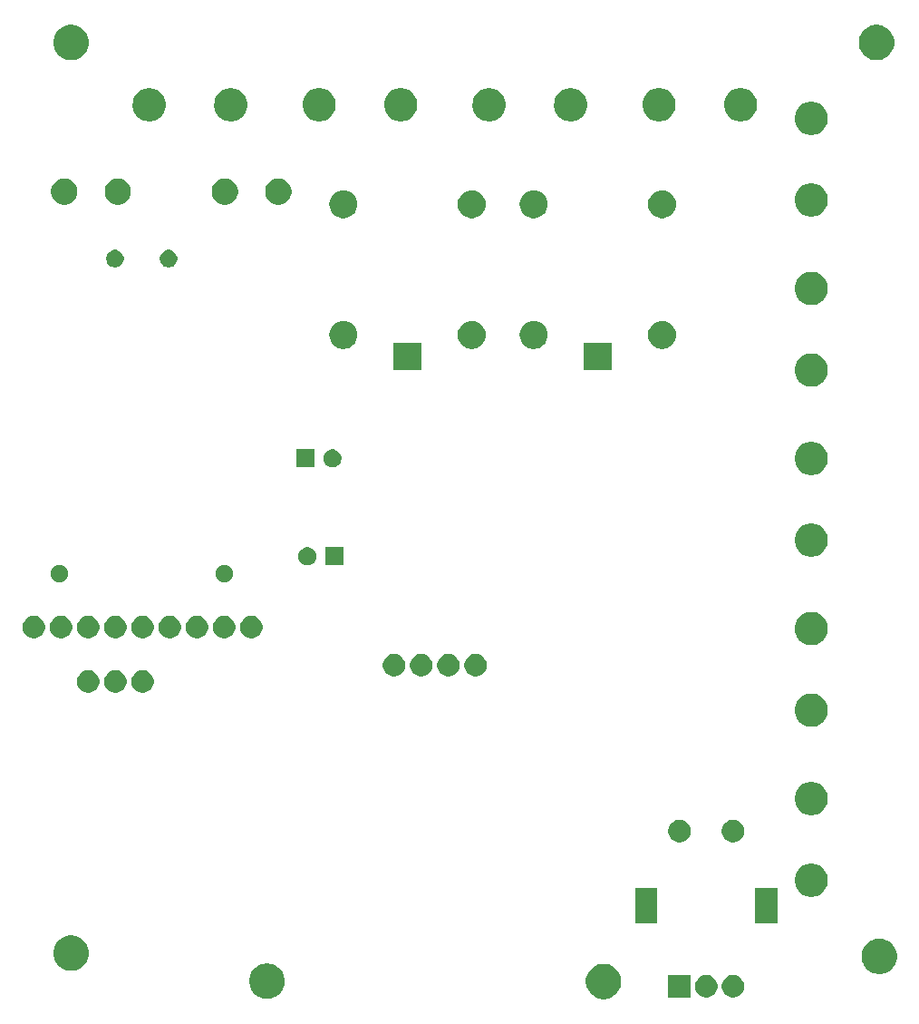
<source format=gbr>
G04 #@! TF.GenerationSoftware,KiCad,Pcbnew,5.0.0-fee4fd1~66~ubuntu16.04.1*
G04 #@! TF.CreationDate,2019-07-26T21:19:50+02:00*
G04 #@! TF.ProjectId,master_module,6D61737465725F6D6F64756C652E6B69,rev?*
G04 #@! TF.SameCoordinates,Original*
G04 #@! TF.FileFunction,Soldermask,Bot*
G04 #@! TF.FilePolarity,Negative*
%FSLAX46Y46*%
G04 Gerber Fmt 4.6, Leading zero omitted, Abs format (unit mm)*
G04 Created by KiCad (PCBNEW 5.0.0-fee4fd1~66~ubuntu16.04.1) date Fri Jul 26 21:19:50 2019*
%MOMM*%
%LPD*%
G01*
G04 APERTURE LIST*
%ADD10C,0.100000*%
G04 APERTURE END LIST*
D10*
G36*
X150133656Y-131030098D02*
X150239979Y-131051247D01*
X150540442Y-131175703D01*
X150700144Y-131282413D01*
X150810854Y-131356387D01*
X151040813Y-131586346D01*
X151040815Y-131586349D01*
X151221497Y-131856758D01*
X151316200Y-132085390D01*
X151345953Y-132157222D01*
X151409400Y-132476189D01*
X151409400Y-132801411D01*
X151367102Y-133014056D01*
X151351006Y-133094978D01*
X151345953Y-133120378D01*
X151221498Y-133420840D01*
X151040813Y-133691254D01*
X150810854Y-133921213D01*
X150810851Y-133921215D01*
X150540442Y-134101897D01*
X150540441Y-134101898D01*
X150540440Y-134101898D01*
X150452437Y-134138350D01*
X150239979Y-134226353D01*
X150133656Y-134247502D01*
X149921011Y-134289800D01*
X149595789Y-134289800D01*
X149383144Y-134247502D01*
X149276821Y-134226353D01*
X149064363Y-134138350D01*
X148976360Y-134101898D01*
X148976359Y-134101898D01*
X148976358Y-134101897D01*
X148705949Y-133921215D01*
X148705946Y-133921213D01*
X148475987Y-133691254D01*
X148295302Y-133420840D01*
X148170847Y-133120378D01*
X148165795Y-133094978D01*
X148149698Y-133014056D01*
X148107400Y-132801411D01*
X148107400Y-132476189D01*
X148170847Y-132157222D01*
X148200601Y-132085390D01*
X148295303Y-131856758D01*
X148475985Y-131586349D01*
X148475987Y-131586346D01*
X148705946Y-131356387D01*
X148816656Y-131282413D01*
X148976358Y-131175703D01*
X149276821Y-131051247D01*
X149383144Y-131030098D01*
X149595789Y-130987800D01*
X149921011Y-130987800D01*
X150133656Y-131030098D01*
X150133656Y-131030098D01*
G37*
G36*
X118603504Y-130987800D02*
X118794779Y-131025847D01*
X119095242Y-131150303D01*
X119292958Y-131282413D01*
X119365654Y-131330987D01*
X119595613Y-131560946D01*
X119595615Y-131560949D01*
X119776297Y-131831358D01*
X119900753Y-132131821D01*
X119907276Y-132164615D01*
X119964200Y-132450789D01*
X119964200Y-132776011D01*
X119921902Y-132988656D01*
X119900753Y-133094979D01*
X119776297Y-133395442D01*
X119759325Y-133420842D01*
X119595613Y-133665854D01*
X119365654Y-133895813D01*
X119365651Y-133895815D01*
X119095242Y-134076497D01*
X119095241Y-134076498D01*
X119095240Y-134076498D01*
X119007237Y-134112950D01*
X118794779Y-134200953D01*
X118688456Y-134222102D01*
X118475811Y-134264400D01*
X118150589Y-134264400D01*
X117937944Y-134222102D01*
X117831621Y-134200953D01*
X117619163Y-134112950D01*
X117531160Y-134076498D01*
X117531159Y-134076498D01*
X117531158Y-134076497D01*
X117260749Y-133895815D01*
X117260746Y-133895813D01*
X117030787Y-133665854D01*
X116867075Y-133420842D01*
X116850103Y-133395442D01*
X116725647Y-133094979D01*
X116704498Y-132988656D01*
X116662200Y-132776011D01*
X116662200Y-132450789D01*
X116719124Y-132164615D01*
X116725647Y-132131821D01*
X116850103Y-131831358D01*
X117030785Y-131560949D01*
X117030787Y-131560946D01*
X117260746Y-131330987D01*
X117333442Y-131282413D01*
X117531158Y-131150303D01*
X117831621Y-131025847D01*
X118022896Y-130987800D01*
X118150589Y-130962400D01*
X118475811Y-130962400D01*
X118603504Y-130987800D01*
X118603504Y-130987800D01*
G37*
G36*
X162151565Y-132085389D02*
X162342834Y-132164615D01*
X162514976Y-132279637D01*
X162661363Y-132426024D01*
X162776385Y-132598166D01*
X162855611Y-132789435D01*
X162896000Y-132992484D01*
X162896000Y-133199516D01*
X162855611Y-133402565D01*
X162776385Y-133593834D01*
X162661363Y-133765976D01*
X162514976Y-133912363D01*
X162342834Y-134027385D01*
X162151565Y-134106611D01*
X161948516Y-134147000D01*
X161741484Y-134147000D01*
X161538435Y-134106611D01*
X161347166Y-134027385D01*
X161175024Y-133912363D01*
X161028637Y-133765976D01*
X160913615Y-133593834D01*
X160834389Y-133402565D01*
X160794000Y-133199516D01*
X160794000Y-132992484D01*
X160834389Y-132789435D01*
X160913615Y-132598166D01*
X161028637Y-132426024D01*
X161175024Y-132279637D01*
X161347166Y-132164615D01*
X161538435Y-132085389D01*
X161741484Y-132045000D01*
X161948516Y-132045000D01*
X162151565Y-132085389D01*
X162151565Y-132085389D01*
G37*
G36*
X157896000Y-134147000D02*
X155794000Y-134147000D01*
X155794000Y-132045000D01*
X157896000Y-132045000D01*
X157896000Y-134147000D01*
X157896000Y-134147000D01*
G37*
G36*
X159651565Y-132085389D02*
X159842834Y-132164615D01*
X160014976Y-132279637D01*
X160161363Y-132426024D01*
X160276385Y-132598166D01*
X160355611Y-132789435D01*
X160396000Y-132992484D01*
X160396000Y-133199516D01*
X160355611Y-133402565D01*
X160276385Y-133593834D01*
X160161363Y-133765976D01*
X160014976Y-133912363D01*
X159842834Y-134027385D01*
X159651565Y-134106611D01*
X159448516Y-134147000D01*
X159241484Y-134147000D01*
X159038435Y-134106611D01*
X158847166Y-134027385D01*
X158675024Y-133912363D01*
X158528637Y-133765976D01*
X158413615Y-133593834D01*
X158334389Y-133402565D01*
X158294000Y-133199516D01*
X158294000Y-132992484D01*
X158334389Y-132789435D01*
X158413615Y-132598166D01*
X158528637Y-132426024D01*
X158675024Y-132279637D01*
X158847166Y-132164615D01*
X159038435Y-132085389D01*
X159241484Y-132045000D01*
X159448516Y-132045000D01*
X159651565Y-132085389D01*
X159651565Y-132085389D01*
G37*
G36*
X175889256Y-128693298D02*
X175995579Y-128714447D01*
X176296042Y-128838903D01*
X176458637Y-128947546D01*
X176566454Y-129019587D01*
X176796413Y-129249546D01*
X176796415Y-129249549D01*
X176977097Y-129519958D01*
X177101553Y-129820421D01*
X177122702Y-129926744D01*
X177165000Y-130139389D01*
X177165000Y-130464611D01*
X177101553Y-130783578D01*
X176990183Y-131052451D01*
X176977097Y-131084042D01*
X176812093Y-131330987D01*
X176796413Y-131354454D01*
X176566454Y-131584413D01*
X176566451Y-131584415D01*
X176296042Y-131765097D01*
X175995579Y-131889553D01*
X175889256Y-131910702D01*
X175676611Y-131953000D01*
X175351389Y-131953000D01*
X175138744Y-131910702D01*
X175032421Y-131889553D01*
X174731958Y-131765097D01*
X174461549Y-131584415D01*
X174461546Y-131584413D01*
X174231587Y-131354454D01*
X174215907Y-131330987D01*
X174050903Y-131084042D01*
X174037818Y-131052451D01*
X173926447Y-130783578D01*
X173863000Y-130464611D01*
X173863000Y-130139389D01*
X173905298Y-129926744D01*
X173926447Y-129820421D01*
X174050903Y-129519958D01*
X174231585Y-129249549D01*
X174231587Y-129249546D01*
X174461546Y-129019587D01*
X174569363Y-128947546D01*
X174731958Y-128838903D01*
X175032421Y-128714447D01*
X175138744Y-128693298D01*
X175351389Y-128651000D01*
X175676611Y-128651000D01*
X175889256Y-128693298D01*
X175889256Y-128693298D01*
G37*
G36*
X100375256Y-128391298D02*
X100481579Y-128412447D01*
X100782042Y-128536903D01*
X100952800Y-128651000D01*
X101052454Y-128717587D01*
X101282413Y-128947546D01*
X101463098Y-129217960D01*
X101587553Y-129518422D01*
X101647625Y-129820421D01*
X101651000Y-129837391D01*
X101651000Y-130162609D01*
X101587553Y-130481579D01*
X101463097Y-130782042D01*
X101300191Y-131025847D01*
X101282413Y-131052454D01*
X101052454Y-131282413D01*
X101052451Y-131282415D01*
X100782042Y-131463097D01*
X100481579Y-131587553D01*
X100375256Y-131608702D01*
X100162611Y-131651000D01*
X99837389Y-131651000D01*
X99624744Y-131608702D01*
X99518421Y-131587553D01*
X99217958Y-131463097D01*
X98947549Y-131282415D01*
X98947546Y-131282413D01*
X98717587Y-131052454D01*
X98699809Y-131025847D01*
X98536903Y-130782042D01*
X98412447Y-130481579D01*
X98349000Y-130162609D01*
X98349000Y-129837391D01*
X98352376Y-129820421D01*
X98412447Y-129518422D01*
X98536902Y-129217960D01*
X98717587Y-128947546D01*
X98947546Y-128717587D01*
X99047200Y-128651000D01*
X99217958Y-128536903D01*
X99518421Y-128412447D01*
X99624744Y-128391298D01*
X99837389Y-128349000D01*
X100162611Y-128349000D01*
X100375256Y-128391298D01*
X100375256Y-128391298D01*
G37*
G36*
X165996000Y-127247000D02*
X163894000Y-127247000D01*
X163894000Y-123945000D01*
X165996000Y-123945000D01*
X165996000Y-127247000D01*
X165996000Y-127247000D01*
G37*
G36*
X154796000Y-127247000D02*
X152694000Y-127247000D01*
X152694000Y-123945000D01*
X154796000Y-123945000D01*
X154796000Y-127247000D01*
X154796000Y-127247000D01*
G37*
G36*
X169516527Y-121678736D02*
X169616410Y-121698604D01*
X169898674Y-121815521D01*
X170152705Y-121985259D01*
X170368741Y-122201295D01*
X170538479Y-122455326D01*
X170655396Y-122737590D01*
X170715000Y-123037240D01*
X170715000Y-123342760D01*
X170655396Y-123642410D01*
X170538479Y-123924674D01*
X170368741Y-124178705D01*
X170152705Y-124394741D01*
X169898674Y-124564479D01*
X169616410Y-124681396D01*
X169516527Y-124701264D01*
X169316762Y-124741000D01*
X169011238Y-124741000D01*
X168811473Y-124701264D01*
X168711590Y-124681396D01*
X168429326Y-124564479D01*
X168175295Y-124394741D01*
X167959259Y-124178705D01*
X167789521Y-123924674D01*
X167672604Y-123642410D01*
X167613000Y-123342760D01*
X167613000Y-123037240D01*
X167672604Y-122737590D01*
X167789521Y-122455326D01*
X167959259Y-122201295D01*
X168175295Y-121985259D01*
X168429326Y-121815521D01*
X168711590Y-121698604D01*
X168811473Y-121678736D01*
X169011238Y-121639000D01*
X169316762Y-121639000D01*
X169516527Y-121678736D01*
X169516527Y-121678736D01*
G37*
G36*
X162151565Y-117585389D02*
X162342834Y-117664615D01*
X162514976Y-117779637D01*
X162661363Y-117926024D01*
X162776385Y-118098166D01*
X162855611Y-118289435D01*
X162896000Y-118492484D01*
X162896000Y-118699516D01*
X162855611Y-118902565D01*
X162776385Y-119093834D01*
X162661363Y-119265976D01*
X162514976Y-119412363D01*
X162342834Y-119527385D01*
X162151565Y-119606611D01*
X161948516Y-119647000D01*
X161741484Y-119647000D01*
X161538435Y-119606611D01*
X161347166Y-119527385D01*
X161175024Y-119412363D01*
X161028637Y-119265976D01*
X160913615Y-119093834D01*
X160834389Y-118902565D01*
X160794000Y-118699516D01*
X160794000Y-118492484D01*
X160834389Y-118289435D01*
X160913615Y-118098166D01*
X161028637Y-117926024D01*
X161175024Y-117779637D01*
X161347166Y-117664615D01*
X161538435Y-117585389D01*
X161741484Y-117545000D01*
X161948516Y-117545000D01*
X162151565Y-117585389D01*
X162151565Y-117585389D01*
G37*
G36*
X157151565Y-117585389D02*
X157342834Y-117664615D01*
X157514976Y-117779637D01*
X157661363Y-117926024D01*
X157776385Y-118098166D01*
X157855611Y-118289435D01*
X157896000Y-118492484D01*
X157896000Y-118699516D01*
X157855611Y-118902565D01*
X157776385Y-119093834D01*
X157661363Y-119265976D01*
X157514976Y-119412363D01*
X157342834Y-119527385D01*
X157151565Y-119606611D01*
X156948516Y-119647000D01*
X156741484Y-119647000D01*
X156538435Y-119606611D01*
X156347166Y-119527385D01*
X156175024Y-119412363D01*
X156028637Y-119265976D01*
X155913615Y-119093834D01*
X155834389Y-118902565D01*
X155794000Y-118699516D01*
X155794000Y-118492484D01*
X155834389Y-118289435D01*
X155913615Y-118098166D01*
X156028637Y-117926024D01*
X156175024Y-117779637D01*
X156347166Y-117664615D01*
X156538435Y-117585389D01*
X156741484Y-117545000D01*
X156948516Y-117545000D01*
X157151565Y-117585389D01*
X157151565Y-117585389D01*
G37*
G36*
X169516527Y-114058736D02*
X169616410Y-114078604D01*
X169898674Y-114195521D01*
X170152705Y-114365259D01*
X170368741Y-114581295D01*
X170538479Y-114835326D01*
X170655396Y-115117590D01*
X170715000Y-115417240D01*
X170715000Y-115722760D01*
X170655396Y-116022410D01*
X170538479Y-116304674D01*
X170368741Y-116558705D01*
X170152705Y-116774741D01*
X169898674Y-116944479D01*
X169616410Y-117061396D01*
X169516527Y-117081264D01*
X169316762Y-117121000D01*
X169011238Y-117121000D01*
X168811473Y-117081264D01*
X168711590Y-117061396D01*
X168429326Y-116944479D01*
X168175295Y-116774741D01*
X167959259Y-116558705D01*
X167789521Y-116304674D01*
X167672604Y-116022410D01*
X167613000Y-115722760D01*
X167613000Y-115417240D01*
X167672604Y-115117590D01*
X167789521Y-114835326D01*
X167959259Y-114581295D01*
X168175295Y-114365259D01*
X168429326Y-114195521D01*
X168711590Y-114078604D01*
X168811473Y-114058736D01*
X169011238Y-114019000D01*
X169316762Y-114019000D01*
X169516527Y-114058736D01*
X169516527Y-114058736D01*
G37*
G36*
X169516527Y-105803736D02*
X169616410Y-105823604D01*
X169898674Y-105940521D01*
X170152705Y-106110259D01*
X170368741Y-106326295D01*
X170538479Y-106580326D01*
X170655396Y-106862590D01*
X170715000Y-107162240D01*
X170715000Y-107467760D01*
X170655396Y-107767410D01*
X170538479Y-108049674D01*
X170368741Y-108303705D01*
X170152705Y-108519741D01*
X169898674Y-108689479D01*
X169616410Y-108806396D01*
X169516527Y-108826264D01*
X169316762Y-108866000D01*
X169011238Y-108866000D01*
X168811473Y-108826264D01*
X168711590Y-108806396D01*
X168429326Y-108689479D01*
X168175295Y-108519741D01*
X167959259Y-108303705D01*
X167789521Y-108049674D01*
X167672604Y-107767410D01*
X167613000Y-107467760D01*
X167613000Y-107162240D01*
X167672604Y-106862590D01*
X167789521Y-106580326D01*
X167959259Y-106326295D01*
X168175295Y-106110259D01*
X168429326Y-105940521D01*
X168711590Y-105823604D01*
X168811473Y-105803736D01*
X169011238Y-105764000D01*
X169316762Y-105764000D01*
X169516527Y-105803736D01*
X169516527Y-105803736D01*
G37*
G36*
X106986565Y-103637389D02*
X107177834Y-103716615D01*
X107349976Y-103831637D01*
X107496363Y-103978024D01*
X107611385Y-104150166D01*
X107690611Y-104341435D01*
X107731000Y-104544484D01*
X107731000Y-104751516D01*
X107690611Y-104954565D01*
X107611385Y-105145834D01*
X107496363Y-105317976D01*
X107349976Y-105464363D01*
X107177834Y-105579385D01*
X106986565Y-105658611D01*
X106783516Y-105699000D01*
X106576484Y-105699000D01*
X106373435Y-105658611D01*
X106182166Y-105579385D01*
X106010024Y-105464363D01*
X105863637Y-105317976D01*
X105748615Y-105145834D01*
X105669389Y-104954565D01*
X105629000Y-104751516D01*
X105629000Y-104544484D01*
X105669389Y-104341435D01*
X105748615Y-104150166D01*
X105863637Y-103978024D01*
X106010024Y-103831637D01*
X106182166Y-103716615D01*
X106373435Y-103637389D01*
X106576484Y-103597000D01*
X106783516Y-103597000D01*
X106986565Y-103637389D01*
X106986565Y-103637389D01*
G37*
G36*
X104446565Y-103637389D02*
X104637834Y-103716615D01*
X104809976Y-103831637D01*
X104956363Y-103978024D01*
X105071385Y-104150166D01*
X105150611Y-104341435D01*
X105191000Y-104544484D01*
X105191000Y-104751516D01*
X105150611Y-104954565D01*
X105071385Y-105145834D01*
X104956363Y-105317976D01*
X104809976Y-105464363D01*
X104637834Y-105579385D01*
X104446565Y-105658611D01*
X104243516Y-105699000D01*
X104036484Y-105699000D01*
X103833435Y-105658611D01*
X103642166Y-105579385D01*
X103470024Y-105464363D01*
X103323637Y-105317976D01*
X103208615Y-105145834D01*
X103129389Y-104954565D01*
X103089000Y-104751516D01*
X103089000Y-104544484D01*
X103129389Y-104341435D01*
X103208615Y-104150166D01*
X103323637Y-103978024D01*
X103470024Y-103831637D01*
X103642166Y-103716615D01*
X103833435Y-103637389D01*
X104036484Y-103597000D01*
X104243516Y-103597000D01*
X104446565Y-103637389D01*
X104446565Y-103637389D01*
G37*
G36*
X101906565Y-103637389D02*
X102097834Y-103716615D01*
X102269976Y-103831637D01*
X102416363Y-103978024D01*
X102531385Y-104150166D01*
X102610611Y-104341435D01*
X102651000Y-104544484D01*
X102651000Y-104751516D01*
X102610611Y-104954565D01*
X102531385Y-105145834D01*
X102416363Y-105317976D01*
X102269976Y-105464363D01*
X102097834Y-105579385D01*
X101906565Y-105658611D01*
X101703516Y-105699000D01*
X101496484Y-105699000D01*
X101293435Y-105658611D01*
X101102166Y-105579385D01*
X100930024Y-105464363D01*
X100783637Y-105317976D01*
X100668615Y-105145834D01*
X100589389Y-104954565D01*
X100549000Y-104751516D01*
X100549000Y-104544484D01*
X100589389Y-104341435D01*
X100668615Y-104150166D01*
X100783637Y-103978024D01*
X100930024Y-103831637D01*
X101102166Y-103716615D01*
X101293435Y-103637389D01*
X101496484Y-103597000D01*
X101703516Y-103597000D01*
X101906565Y-103637389D01*
X101906565Y-103637389D01*
G37*
G36*
X130481565Y-102113389D02*
X130672834Y-102192615D01*
X130844976Y-102307637D01*
X130991363Y-102454024D01*
X131106385Y-102626166D01*
X131185611Y-102817435D01*
X131226000Y-103020484D01*
X131226000Y-103227516D01*
X131185611Y-103430565D01*
X131106385Y-103621834D01*
X130991363Y-103793976D01*
X130844976Y-103940363D01*
X130672834Y-104055385D01*
X130481565Y-104134611D01*
X130278516Y-104175000D01*
X130071484Y-104175000D01*
X129868435Y-104134611D01*
X129677166Y-104055385D01*
X129505024Y-103940363D01*
X129358637Y-103793976D01*
X129243615Y-103621834D01*
X129164389Y-103430565D01*
X129124000Y-103227516D01*
X129124000Y-103020484D01*
X129164389Y-102817435D01*
X129243615Y-102626166D01*
X129358637Y-102454024D01*
X129505024Y-102307637D01*
X129677166Y-102192615D01*
X129868435Y-102113389D01*
X130071484Y-102073000D01*
X130278516Y-102073000D01*
X130481565Y-102113389D01*
X130481565Y-102113389D01*
G37*
G36*
X135561565Y-102113389D02*
X135752834Y-102192615D01*
X135924976Y-102307637D01*
X136071363Y-102454024D01*
X136186385Y-102626166D01*
X136265611Y-102817435D01*
X136306000Y-103020484D01*
X136306000Y-103227516D01*
X136265611Y-103430565D01*
X136186385Y-103621834D01*
X136071363Y-103793976D01*
X135924976Y-103940363D01*
X135752834Y-104055385D01*
X135561565Y-104134611D01*
X135358516Y-104175000D01*
X135151484Y-104175000D01*
X134948435Y-104134611D01*
X134757166Y-104055385D01*
X134585024Y-103940363D01*
X134438637Y-103793976D01*
X134323615Y-103621834D01*
X134244389Y-103430565D01*
X134204000Y-103227516D01*
X134204000Y-103020484D01*
X134244389Y-102817435D01*
X134323615Y-102626166D01*
X134438637Y-102454024D01*
X134585024Y-102307637D01*
X134757166Y-102192615D01*
X134948435Y-102113389D01*
X135151484Y-102073000D01*
X135358516Y-102073000D01*
X135561565Y-102113389D01*
X135561565Y-102113389D01*
G37*
G36*
X133021565Y-102113389D02*
X133212834Y-102192615D01*
X133384976Y-102307637D01*
X133531363Y-102454024D01*
X133646385Y-102626166D01*
X133725611Y-102817435D01*
X133766000Y-103020484D01*
X133766000Y-103227516D01*
X133725611Y-103430565D01*
X133646385Y-103621834D01*
X133531363Y-103793976D01*
X133384976Y-103940363D01*
X133212834Y-104055385D01*
X133021565Y-104134611D01*
X132818516Y-104175000D01*
X132611484Y-104175000D01*
X132408435Y-104134611D01*
X132217166Y-104055385D01*
X132045024Y-103940363D01*
X131898637Y-103793976D01*
X131783615Y-103621834D01*
X131704389Y-103430565D01*
X131664000Y-103227516D01*
X131664000Y-103020484D01*
X131704389Y-102817435D01*
X131783615Y-102626166D01*
X131898637Y-102454024D01*
X132045024Y-102307637D01*
X132217166Y-102192615D01*
X132408435Y-102113389D01*
X132611484Y-102073000D01*
X132818516Y-102073000D01*
X133021565Y-102113389D01*
X133021565Y-102113389D01*
G37*
G36*
X138101565Y-102113389D02*
X138292834Y-102192615D01*
X138464976Y-102307637D01*
X138611363Y-102454024D01*
X138726385Y-102626166D01*
X138805611Y-102817435D01*
X138846000Y-103020484D01*
X138846000Y-103227516D01*
X138805611Y-103430565D01*
X138726385Y-103621834D01*
X138611363Y-103793976D01*
X138464976Y-103940363D01*
X138292834Y-104055385D01*
X138101565Y-104134611D01*
X137898516Y-104175000D01*
X137691484Y-104175000D01*
X137488435Y-104134611D01*
X137297166Y-104055385D01*
X137125024Y-103940363D01*
X136978637Y-103793976D01*
X136863615Y-103621834D01*
X136784389Y-103430565D01*
X136744000Y-103227516D01*
X136744000Y-103020484D01*
X136784389Y-102817435D01*
X136863615Y-102626166D01*
X136978637Y-102454024D01*
X137125024Y-102307637D01*
X137297166Y-102192615D01*
X137488435Y-102113389D01*
X137691484Y-102073000D01*
X137898516Y-102073000D01*
X138101565Y-102113389D01*
X138101565Y-102113389D01*
G37*
G36*
X169516527Y-98183736D02*
X169616410Y-98203604D01*
X169898674Y-98320521D01*
X170152705Y-98490259D01*
X170368741Y-98706295D01*
X170538479Y-98960326D01*
X170655396Y-99242590D01*
X170655396Y-99242591D01*
X170715000Y-99542238D01*
X170715000Y-99847762D01*
X170675264Y-100047527D01*
X170655396Y-100147410D01*
X170538479Y-100429674D01*
X170368741Y-100683705D01*
X170152705Y-100899741D01*
X169898674Y-101069479D01*
X169616410Y-101186396D01*
X169516527Y-101206264D01*
X169316762Y-101246000D01*
X169011238Y-101246000D01*
X168811473Y-101206264D01*
X168711590Y-101186396D01*
X168429326Y-101069479D01*
X168175295Y-100899741D01*
X167959259Y-100683705D01*
X167789521Y-100429674D01*
X167672604Y-100147410D01*
X167652736Y-100047527D01*
X167613000Y-99847762D01*
X167613000Y-99542238D01*
X167672604Y-99242591D01*
X167672604Y-99242590D01*
X167789521Y-98960326D01*
X167959259Y-98706295D01*
X168175295Y-98490259D01*
X168429326Y-98320521D01*
X168711590Y-98203604D01*
X168811473Y-98183736D01*
X169011238Y-98144000D01*
X169316762Y-98144000D01*
X169516527Y-98183736D01*
X169516527Y-98183736D01*
G37*
G36*
X99366565Y-98557389D02*
X99557834Y-98636615D01*
X99729976Y-98751637D01*
X99876363Y-98898024D01*
X99991385Y-99070166D01*
X100070611Y-99261435D01*
X100111000Y-99464484D01*
X100111000Y-99671516D01*
X100070611Y-99874565D01*
X99991385Y-100065834D01*
X99876363Y-100237976D01*
X99729976Y-100384363D01*
X99557834Y-100499385D01*
X99366565Y-100578611D01*
X99163516Y-100619000D01*
X98956484Y-100619000D01*
X98753435Y-100578611D01*
X98562166Y-100499385D01*
X98390024Y-100384363D01*
X98243637Y-100237976D01*
X98128615Y-100065834D01*
X98049389Y-99874565D01*
X98009000Y-99671516D01*
X98009000Y-99464484D01*
X98049389Y-99261435D01*
X98128615Y-99070166D01*
X98243637Y-98898024D01*
X98390024Y-98751637D01*
X98562166Y-98636615D01*
X98753435Y-98557389D01*
X98956484Y-98517000D01*
X99163516Y-98517000D01*
X99366565Y-98557389D01*
X99366565Y-98557389D01*
G37*
G36*
X117146565Y-98557389D02*
X117337834Y-98636615D01*
X117509976Y-98751637D01*
X117656363Y-98898024D01*
X117771385Y-99070166D01*
X117850611Y-99261435D01*
X117891000Y-99464484D01*
X117891000Y-99671516D01*
X117850611Y-99874565D01*
X117771385Y-100065834D01*
X117656363Y-100237976D01*
X117509976Y-100384363D01*
X117337834Y-100499385D01*
X117146565Y-100578611D01*
X116943516Y-100619000D01*
X116736484Y-100619000D01*
X116533435Y-100578611D01*
X116342166Y-100499385D01*
X116170024Y-100384363D01*
X116023637Y-100237976D01*
X115908615Y-100065834D01*
X115829389Y-99874565D01*
X115789000Y-99671516D01*
X115789000Y-99464484D01*
X115829389Y-99261435D01*
X115908615Y-99070166D01*
X116023637Y-98898024D01*
X116170024Y-98751637D01*
X116342166Y-98636615D01*
X116533435Y-98557389D01*
X116736484Y-98517000D01*
X116943516Y-98517000D01*
X117146565Y-98557389D01*
X117146565Y-98557389D01*
G37*
G36*
X104446565Y-98557389D02*
X104637834Y-98636615D01*
X104809976Y-98751637D01*
X104956363Y-98898024D01*
X105071385Y-99070166D01*
X105150611Y-99261435D01*
X105191000Y-99464484D01*
X105191000Y-99671516D01*
X105150611Y-99874565D01*
X105071385Y-100065834D01*
X104956363Y-100237976D01*
X104809976Y-100384363D01*
X104637834Y-100499385D01*
X104446565Y-100578611D01*
X104243516Y-100619000D01*
X104036484Y-100619000D01*
X103833435Y-100578611D01*
X103642166Y-100499385D01*
X103470024Y-100384363D01*
X103323637Y-100237976D01*
X103208615Y-100065834D01*
X103129389Y-99874565D01*
X103089000Y-99671516D01*
X103089000Y-99464484D01*
X103129389Y-99261435D01*
X103208615Y-99070166D01*
X103323637Y-98898024D01*
X103470024Y-98751637D01*
X103642166Y-98636615D01*
X103833435Y-98557389D01*
X104036484Y-98517000D01*
X104243516Y-98517000D01*
X104446565Y-98557389D01*
X104446565Y-98557389D01*
G37*
G36*
X106986565Y-98557389D02*
X107177834Y-98636615D01*
X107349976Y-98751637D01*
X107496363Y-98898024D01*
X107611385Y-99070166D01*
X107690611Y-99261435D01*
X107731000Y-99464484D01*
X107731000Y-99671516D01*
X107690611Y-99874565D01*
X107611385Y-100065834D01*
X107496363Y-100237976D01*
X107349976Y-100384363D01*
X107177834Y-100499385D01*
X106986565Y-100578611D01*
X106783516Y-100619000D01*
X106576484Y-100619000D01*
X106373435Y-100578611D01*
X106182166Y-100499385D01*
X106010024Y-100384363D01*
X105863637Y-100237976D01*
X105748615Y-100065834D01*
X105669389Y-99874565D01*
X105629000Y-99671516D01*
X105629000Y-99464484D01*
X105669389Y-99261435D01*
X105748615Y-99070166D01*
X105863637Y-98898024D01*
X106010024Y-98751637D01*
X106182166Y-98636615D01*
X106373435Y-98557389D01*
X106576484Y-98517000D01*
X106783516Y-98517000D01*
X106986565Y-98557389D01*
X106986565Y-98557389D01*
G37*
G36*
X109526565Y-98557389D02*
X109717834Y-98636615D01*
X109889976Y-98751637D01*
X110036363Y-98898024D01*
X110151385Y-99070166D01*
X110230611Y-99261435D01*
X110271000Y-99464484D01*
X110271000Y-99671516D01*
X110230611Y-99874565D01*
X110151385Y-100065834D01*
X110036363Y-100237976D01*
X109889976Y-100384363D01*
X109717834Y-100499385D01*
X109526565Y-100578611D01*
X109323516Y-100619000D01*
X109116484Y-100619000D01*
X108913435Y-100578611D01*
X108722166Y-100499385D01*
X108550024Y-100384363D01*
X108403637Y-100237976D01*
X108288615Y-100065834D01*
X108209389Y-99874565D01*
X108169000Y-99671516D01*
X108169000Y-99464484D01*
X108209389Y-99261435D01*
X108288615Y-99070166D01*
X108403637Y-98898024D01*
X108550024Y-98751637D01*
X108722166Y-98636615D01*
X108913435Y-98557389D01*
X109116484Y-98517000D01*
X109323516Y-98517000D01*
X109526565Y-98557389D01*
X109526565Y-98557389D01*
G37*
G36*
X112066565Y-98557389D02*
X112257834Y-98636615D01*
X112429976Y-98751637D01*
X112576363Y-98898024D01*
X112691385Y-99070166D01*
X112770611Y-99261435D01*
X112811000Y-99464484D01*
X112811000Y-99671516D01*
X112770611Y-99874565D01*
X112691385Y-100065834D01*
X112576363Y-100237976D01*
X112429976Y-100384363D01*
X112257834Y-100499385D01*
X112066565Y-100578611D01*
X111863516Y-100619000D01*
X111656484Y-100619000D01*
X111453435Y-100578611D01*
X111262166Y-100499385D01*
X111090024Y-100384363D01*
X110943637Y-100237976D01*
X110828615Y-100065834D01*
X110749389Y-99874565D01*
X110709000Y-99671516D01*
X110709000Y-99464484D01*
X110749389Y-99261435D01*
X110828615Y-99070166D01*
X110943637Y-98898024D01*
X111090024Y-98751637D01*
X111262166Y-98636615D01*
X111453435Y-98557389D01*
X111656484Y-98517000D01*
X111863516Y-98517000D01*
X112066565Y-98557389D01*
X112066565Y-98557389D01*
G37*
G36*
X114606565Y-98557389D02*
X114797834Y-98636615D01*
X114969976Y-98751637D01*
X115116363Y-98898024D01*
X115231385Y-99070166D01*
X115310611Y-99261435D01*
X115351000Y-99464484D01*
X115351000Y-99671516D01*
X115310611Y-99874565D01*
X115231385Y-100065834D01*
X115116363Y-100237976D01*
X114969976Y-100384363D01*
X114797834Y-100499385D01*
X114606565Y-100578611D01*
X114403516Y-100619000D01*
X114196484Y-100619000D01*
X113993435Y-100578611D01*
X113802166Y-100499385D01*
X113630024Y-100384363D01*
X113483637Y-100237976D01*
X113368615Y-100065834D01*
X113289389Y-99874565D01*
X113249000Y-99671516D01*
X113249000Y-99464484D01*
X113289389Y-99261435D01*
X113368615Y-99070166D01*
X113483637Y-98898024D01*
X113630024Y-98751637D01*
X113802166Y-98636615D01*
X113993435Y-98557389D01*
X114196484Y-98517000D01*
X114403516Y-98517000D01*
X114606565Y-98557389D01*
X114606565Y-98557389D01*
G37*
G36*
X96826565Y-98557389D02*
X97017834Y-98636615D01*
X97189976Y-98751637D01*
X97336363Y-98898024D01*
X97451385Y-99070166D01*
X97530611Y-99261435D01*
X97571000Y-99464484D01*
X97571000Y-99671516D01*
X97530611Y-99874565D01*
X97451385Y-100065834D01*
X97336363Y-100237976D01*
X97189976Y-100384363D01*
X97017834Y-100499385D01*
X96826565Y-100578611D01*
X96623516Y-100619000D01*
X96416484Y-100619000D01*
X96213435Y-100578611D01*
X96022166Y-100499385D01*
X95850024Y-100384363D01*
X95703637Y-100237976D01*
X95588615Y-100065834D01*
X95509389Y-99874565D01*
X95469000Y-99671516D01*
X95469000Y-99464484D01*
X95509389Y-99261435D01*
X95588615Y-99070166D01*
X95703637Y-98898024D01*
X95850024Y-98751637D01*
X96022166Y-98636615D01*
X96213435Y-98557389D01*
X96416484Y-98517000D01*
X96623516Y-98517000D01*
X96826565Y-98557389D01*
X96826565Y-98557389D01*
G37*
G36*
X101906565Y-98557389D02*
X102097834Y-98636615D01*
X102269976Y-98751637D01*
X102416363Y-98898024D01*
X102531385Y-99070166D01*
X102610611Y-99261435D01*
X102651000Y-99464484D01*
X102651000Y-99671516D01*
X102610611Y-99874565D01*
X102531385Y-100065834D01*
X102416363Y-100237976D01*
X102269976Y-100384363D01*
X102097834Y-100499385D01*
X101906565Y-100578611D01*
X101703516Y-100619000D01*
X101496484Y-100619000D01*
X101293435Y-100578611D01*
X101102166Y-100499385D01*
X100930024Y-100384363D01*
X100783637Y-100237976D01*
X100668615Y-100065834D01*
X100589389Y-99874565D01*
X100549000Y-99671516D01*
X100549000Y-99464484D01*
X100589389Y-99261435D01*
X100668615Y-99070166D01*
X100783637Y-98898024D01*
X100930024Y-98751637D01*
X101102166Y-98636615D01*
X101293435Y-98557389D01*
X101496484Y-98517000D01*
X101703516Y-98517000D01*
X101906565Y-98557389D01*
X101906565Y-98557389D01*
G37*
G36*
X99157142Y-93783242D02*
X99305102Y-93844530D01*
X99438258Y-93933502D01*
X99551498Y-94046742D01*
X99640470Y-94179898D01*
X99701758Y-94327858D01*
X99733000Y-94484925D01*
X99733000Y-94645075D01*
X99701758Y-94802142D01*
X99640470Y-94950102D01*
X99551498Y-95083258D01*
X99438258Y-95196498D01*
X99305102Y-95285470D01*
X99157142Y-95346758D01*
X99000075Y-95378000D01*
X98839925Y-95378000D01*
X98682858Y-95346758D01*
X98534898Y-95285470D01*
X98401742Y-95196498D01*
X98288502Y-95083258D01*
X98199530Y-94950102D01*
X98138242Y-94802142D01*
X98107000Y-94645075D01*
X98107000Y-94484925D01*
X98138242Y-94327858D01*
X98199530Y-94179898D01*
X98288502Y-94046742D01*
X98401742Y-93933502D01*
X98534898Y-93844530D01*
X98682858Y-93783242D01*
X98839925Y-93752000D01*
X99000075Y-93752000D01*
X99157142Y-93783242D01*
X99157142Y-93783242D01*
G37*
G36*
X114557142Y-93783242D02*
X114705102Y-93844530D01*
X114838258Y-93933502D01*
X114951498Y-94046742D01*
X115040470Y-94179898D01*
X115101758Y-94327858D01*
X115133000Y-94484925D01*
X115133000Y-94645075D01*
X115101758Y-94802142D01*
X115040470Y-94950102D01*
X114951498Y-95083258D01*
X114838258Y-95196498D01*
X114705102Y-95285470D01*
X114557142Y-95346758D01*
X114400075Y-95378000D01*
X114239925Y-95378000D01*
X114082858Y-95346758D01*
X113934898Y-95285470D01*
X113801742Y-95196498D01*
X113688502Y-95083258D01*
X113599530Y-94950102D01*
X113538242Y-94802142D01*
X113507000Y-94645075D01*
X113507000Y-94484925D01*
X113538242Y-94327858D01*
X113599530Y-94179898D01*
X113688502Y-94046742D01*
X113801742Y-93933502D01*
X113934898Y-93844530D01*
X114082858Y-93783242D01*
X114239925Y-93752000D01*
X114400075Y-93752000D01*
X114557142Y-93783242D01*
X114557142Y-93783242D01*
G37*
G36*
X122335228Y-92145703D02*
X122490100Y-92209853D01*
X122629481Y-92302985D01*
X122748015Y-92421519D01*
X122841147Y-92560900D01*
X122905297Y-92715772D01*
X122938000Y-92880184D01*
X122938000Y-93047816D01*
X122905297Y-93212228D01*
X122841147Y-93367100D01*
X122748015Y-93506481D01*
X122629481Y-93625015D01*
X122490100Y-93718147D01*
X122335228Y-93782297D01*
X122170816Y-93815000D01*
X122003184Y-93815000D01*
X121838772Y-93782297D01*
X121683900Y-93718147D01*
X121544519Y-93625015D01*
X121425985Y-93506481D01*
X121332853Y-93367100D01*
X121268703Y-93212228D01*
X121236000Y-93047816D01*
X121236000Y-92880184D01*
X121268703Y-92715772D01*
X121332853Y-92560900D01*
X121425985Y-92421519D01*
X121544519Y-92302985D01*
X121683900Y-92209853D01*
X121838772Y-92145703D01*
X122003184Y-92113000D01*
X122170816Y-92113000D01*
X122335228Y-92145703D01*
X122335228Y-92145703D01*
G37*
G36*
X125438000Y-93815000D02*
X123736000Y-93815000D01*
X123736000Y-92113000D01*
X125438000Y-92113000D01*
X125438000Y-93815000D01*
X125438000Y-93815000D01*
G37*
G36*
X169516527Y-89928736D02*
X169616410Y-89948604D01*
X169898674Y-90065521D01*
X170152705Y-90235259D01*
X170368741Y-90451295D01*
X170538479Y-90705326D01*
X170655396Y-90987590D01*
X170715000Y-91287240D01*
X170715000Y-91592760D01*
X170655396Y-91892410D01*
X170538479Y-92174674D01*
X170368741Y-92428705D01*
X170152705Y-92644741D01*
X169898674Y-92814479D01*
X169616410Y-92931396D01*
X169516527Y-92951264D01*
X169316762Y-92991000D01*
X169011238Y-92991000D01*
X168811473Y-92951264D01*
X168711590Y-92931396D01*
X168429326Y-92814479D01*
X168175295Y-92644741D01*
X167959259Y-92428705D01*
X167789521Y-92174674D01*
X167672604Y-91892410D01*
X167613000Y-91592760D01*
X167613000Y-91287240D01*
X167672604Y-90987590D01*
X167789521Y-90705326D01*
X167959259Y-90451295D01*
X168175295Y-90235259D01*
X168429326Y-90065521D01*
X168711590Y-89948604D01*
X168811473Y-89928736D01*
X169011238Y-89889000D01*
X169316762Y-89889000D01*
X169516527Y-89928736D01*
X169516527Y-89928736D01*
G37*
G36*
X169516527Y-82308736D02*
X169616410Y-82328604D01*
X169898674Y-82445521D01*
X170152705Y-82615259D01*
X170368741Y-82831295D01*
X170538479Y-83085326D01*
X170655396Y-83367590D01*
X170715000Y-83667240D01*
X170715000Y-83972760D01*
X170655396Y-84272410D01*
X170538479Y-84554674D01*
X170368741Y-84808705D01*
X170152705Y-85024741D01*
X169898674Y-85194479D01*
X169616410Y-85311396D01*
X169516527Y-85331264D01*
X169316762Y-85371000D01*
X169011238Y-85371000D01*
X168811473Y-85331264D01*
X168711590Y-85311396D01*
X168429326Y-85194479D01*
X168175295Y-85024741D01*
X167959259Y-84808705D01*
X167789521Y-84554674D01*
X167672604Y-84272410D01*
X167613000Y-83972760D01*
X167613000Y-83667240D01*
X167672604Y-83367590D01*
X167789521Y-83085326D01*
X167959259Y-82831295D01*
X168175295Y-82615259D01*
X168429326Y-82445521D01*
X168711590Y-82328604D01*
X168811473Y-82308736D01*
X169011238Y-82269000D01*
X169316762Y-82269000D01*
X169516527Y-82308736D01*
X169516527Y-82308736D01*
G37*
G36*
X122771000Y-84671000D02*
X121069000Y-84671000D01*
X121069000Y-82969000D01*
X122771000Y-82969000D01*
X122771000Y-84671000D01*
X122771000Y-84671000D01*
G37*
G36*
X124668228Y-83001703D02*
X124823100Y-83065853D01*
X124962481Y-83158985D01*
X125081015Y-83277519D01*
X125174147Y-83416900D01*
X125238297Y-83571772D01*
X125271000Y-83736184D01*
X125271000Y-83903816D01*
X125238297Y-84068228D01*
X125174147Y-84223100D01*
X125081015Y-84362481D01*
X124962481Y-84481015D01*
X124823100Y-84574147D01*
X124668228Y-84638297D01*
X124503816Y-84671000D01*
X124336184Y-84671000D01*
X124171772Y-84638297D01*
X124016900Y-84574147D01*
X123877519Y-84481015D01*
X123758985Y-84362481D01*
X123665853Y-84223100D01*
X123601703Y-84068228D01*
X123569000Y-83903816D01*
X123569000Y-83736184D01*
X123601703Y-83571772D01*
X123665853Y-83416900D01*
X123758985Y-83277519D01*
X123877519Y-83158985D01*
X124016900Y-83065853D01*
X124171772Y-83001703D01*
X124336184Y-82969000D01*
X124503816Y-82969000D01*
X124668228Y-83001703D01*
X124668228Y-83001703D01*
G37*
G36*
X169516527Y-74053736D02*
X169616410Y-74073604D01*
X169898674Y-74190521D01*
X170152705Y-74360259D01*
X170368741Y-74576295D01*
X170538479Y-74830326D01*
X170655396Y-75112590D01*
X170715000Y-75412240D01*
X170715000Y-75717760D01*
X170655396Y-76017410D01*
X170538479Y-76299674D01*
X170368741Y-76553705D01*
X170152705Y-76769741D01*
X169898674Y-76939479D01*
X169616410Y-77056396D01*
X169516527Y-77076264D01*
X169316762Y-77116000D01*
X169011238Y-77116000D01*
X168811473Y-77076264D01*
X168711590Y-77056396D01*
X168429326Y-76939479D01*
X168175295Y-76769741D01*
X167959259Y-76553705D01*
X167789521Y-76299674D01*
X167672604Y-76017410D01*
X167613000Y-75717760D01*
X167613000Y-75412240D01*
X167672604Y-75112590D01*
X167789521Y-74830326D01*
X167959259Y-74576295D01*
X168175295Y-74360259D01*
X168429326Y-74190521D01*
X168711590Y-74073604D01*
X168811473Y-74053736D01*
X169011238Y-74014000D01*
X169316762Y-74014000D01*
X169516527Y-74053736D01*
X169516527Y-74053736D01*
G37*
G36*
X150526000Y-75596000D02*
X147924000Y-75596000D01*
X147924000Y-72994000D01*
X150526000Y-72994000D01*
X150526000Y-75596000D01*
X150526000Y-75596000D01*
G37*
G36*
X132746000Y-75596000D02*
X130144000Y-75596000D01*
X130144000Y-72994000D01*
X132746000Y-72994000D01*
X132746000Y-75596000D01*
X132746000Y-75596000D01*
G37*
G36*
X125556689Y-70998706D02*
X125700040Y-71012825D01*
X125945280Y-71087218D01*
X125945282Y-71087219D01*
X126171296Y-71208026D01*
X126369397Y-71370603D01*
X126531974Y-71568704D01*
X126531975Y-71568706D01*
X126652782Y-71794720D01*
X126727175Y-72039960D01*
X126752294Y-72295000D01*
X126727175Y-72550040D01*
X126652782Y-72795280D01*
X126652781Y-72795282D01*
X126531974Y-73021296D01*
X126369397Y-73219397D01*
X126171296Y-73381974D01*
X126171294Y-73381975D01*
X125945280Y-73502782D01*
X125700040Y-73577175D01*
X125556689Y-73591294D01*
X125508906Y-73596000D01*
X125381094Y-73596000D01*
X125333311Y-73591294D01*
X125189960Y-73577175D01*
X124944720Y-73502782D01*
X124718706Y-73381975D01*
X124718704Y-73381974D01*
X124520603Y-73219397D01*
X124358026Y-73021296D01*
X124237219Y-72795282D01*
X124237218Y-72795280D01*
X124162825Y-72550040D01*
X124137706Y-72295000D01*
X124162825Y-72039960D01*
X124237218Y-71794720D01*
X124358025Y-71568706D01*
X124358026Y-71568704D01*
X124520603Y-71370603D01*
X124718704Y-71208026D01*
X124944718Y-71087219D01*
X124944720Y-71087218D01*
X125189960Y-71012825D01*
X125333311Y-70998706D01*
X125381094Y-70994000D01*
X125508906Y-70994000D01*
X125556689Y-70998706D01*
X125556689Y-70998706D01*
G37*
G36*
X155336689Y-70998706D02*
X155480040Y-71012825D01*
X155725280Y-71087218D01*
X155725282Y-71087219D01*
X155951296Y-71208026D01*
X156149397Y-71370603D01*
X156311974Y-71568704D01*
X156311975Y-71568706D01*
X156432782Y-71794720D01*
X156507175Y-72039960D01*
X156532294Y-72295000D01*
X156507175Y-72550040D01*
X156432782Y-72795280D01*
X156432781Y-72795282D01*
X156311974Y-73021296D01*
X156149397Y-73219397D01*
X155951296Y-73381974D01*
X155951294Y-73381975D01*
X155725280Y-73502782D01*
X155480040Y-73577175D01*
X155336689Y-73591294D01*
X155288906Y-73596000D01*
X155161094Y-73596000D01*
X155113311Y-73591294D01*
X154969960Y-73577175D01*
X154724720Y-73502782D01*
X154498706Y-73381975D01*
X154498704Y-73381974D01*
X154300603Y-73219397D01*
X154138026Y-73021296D01*
X154017219Y-72795282D01*
X154017218Y-72795280D01*
X153942825Y-72550040D01*
X153917706Y-72295000D01*
X153942825Y-72039960D01*
X154017218Y-71794720D01*
X154138025Y-71568706D01*
X154138026Y-71568704D01*
X154300603Y-71370603D01*
X154498704Y-71208026D01*
X154724718Y-71087219D01*
X154724720Y-71087218D01*
X154969960Y-71012825D01*
X155113311Y-70998706D01*
X155161094Y-70994000D01*
X155288906Y-70994000D01*
X155336689Y-70998706D01*
X155336689Y-70998706D01*
G37*
G36*
X143336689Y-70998706D02*
X143480040Y-71012825D01*
X143725280Y-71087218D01*
X143725282Y-71087219D01*
X143951296Y-71208026D01*
X144149397Y-71370603D01*
X144311974Y-71568704D01*
X144311975Y-71568706D01*
X144432782Y-71794720D01*
X144507175Y-72039960D01*
X144532294Y-72295000D01*
X144507175Y-72550040D01*
X144432782Y-72795280D01*
X144432781Y-72795282D01*
X144311974Y-73021296D01*
X144149397Y-73219397D01*
X143951296Y-73381974D01*
X143951294Y-73381975D01*
X143725280Y-73502782D01*
X143480040Y-73577175D01*
X143336689Y-73591294D01*
X143288906Y-73596000D01*
X143161094Y-73596000D01*
X143113311Y-73591294D01*
X142969960Y-73577175D01*
X142724720Y-73502782D01*
X142498706Y-73381975D01*
X142498704Y-73381974D01*
X142300603Y-73219397D01*
X142138026Y-73021296D01*
X142017219Y-72795282D01*
X142017218Y-72795280D01*
X141942825Y-72550040D01*
X141917706Y-72295000D01*
X141942825Y-72039960D01*
X142017218Y-71794720D01*
X142138025Y-71568706D01*
X142138026Y-71568704D01*
X142300603Y-71370603D01*
X142498704Y-71208026D01*
X142724718Y-71087219D01*
X142724720Y-71087218D01*
X142969960Y-71012825D01*
X143113311Y-70998706D01*
X143161094Y-70994000D01*
X143288906Y-70994000D01*
X143336689Y-70998706D01*
X143336689Y-70998706D01*
G37*
G36*
X137556689Y-70998706D02*
X137700040Y-71012825D01*
X137945280Y-71087218D01*
X137945282Y-71087219D01*
X138171296Y-71208026D01*
X138369397Y-71370603D01*
X138531974Y-71568704D01*
X138531975Y-71568706D01*
X138652782Y-71794720D01*
X138727175Y-72039960D01*
X138752294Y-72295000D01*
X138727175Y-72550040D01*
X138652782Y-72795280D01*
X138652781Y-72795282D01*
X138531974Y-73021296D01*
X138369397Y-73219397D01*
X138171296Y-73381974D01*
X138171294Y-73381975D01*
X137945280Y-73502782D01*
X137700040Y-73577175D01*
X137556689Y-73591294D01*
X137508906Y-73596000D01*
X137381094Y-73596000D01*
X137333311Y-73591294D01*
X137189960Y-73577175D01*
X136944720Y-73502782D01*
X136718706Y-73381975D01*
X136718704Y-73381974D01*
X136520603Y-73219397D01*
X136358026Y-73021296D01*
X136237219Y-72795282D01*
X136237218Y-72795280D01*
X136162825Y-72550040D01*
X136137706Y-72295000D01*
X136162825Y-72039960D01*
X136237218Y-71794720D01*
X136358025Y-71568706D01*
X136358026Y-71568704D01*
X136520603Y-71370603D01*
X136718704Y-71208026D01*
X136944718Y-71087219D01*
X136944720Y-71087218D01*
X137189960Y-71012825D01*
X137333311Y-70998706D01*
X137381094Y-70994000D01*
X137508906Y-70994000D01*
X137556689Y-70998706D01*
X137556689Y-70998706D01*
G37*
G36*
X169516527Y-66433736D02*
X169616410Y-66453604D01*
X169898674Y-66570521D01*
X170152705Y-66740259D01*
X170368741Y-66956295D01*
X170538479Y-67210326D01*
X170655396Y-67492590D01*
X170715000Y-67792240D01*
X170715000Y-68097760D01*
X170655396Y-68397410D01*
X170538479Y-68679674D01*
X170368741Y-68933705D01*
X170152705Y-69149741D01*
X169898674Y-69319479D01*
X169616410Y-69436396D01*
X169516527Y-69456264D01*
X169316762Y-69496000D01*
X169011238Y-69496000D01*
X168811473Y-69456264D01*
X168711590Y-69436396D01*
X168429326Y-69319479D01*
X168175295Y-69149741D01*
X167959259Y-68933705D01*
X167789521Y-68679674D01*
X167672604Y-68397410D01*
X167613000Y-68097760D01*
X167613000Y-67792240D01*
X167672604Y-67492590D01*
X167789521Y-67210326D01*
X167959259Y-66956295D01*
X168175295Y-66740259D01*
X168429326Y-66570521D01*
X168711590Y-66453604D01*
X168811473Y-66433736D01*
X169011238Y-66394000D01*
X169316762Y-66394000D01*
X169516527Y-66433736D01*
X169516527Y-66433736D01*
G37*
G36*
X109357142Y-64383242D02*
X109505102Y-64444530D01*
X109638258Y-64533502D01*
X109751498Y-64646742D01*
X109840470Y-64779898D01*
X109901758Y-64927858D01*
X109933000Y-65084925D01*
X109933000Y-65245075D01*
X109901758Y-65402142D01*
X109840470Y-65550102D01*
X109751498Y-65683258D01*
X109638258Y-65796498D01*
X109505102Y-65885470D01*
X109357142Y-65946758D01*
X109200075Y-65978000D01*
X109039925Y-65978000D01*
X108882858Y-65946758D01*
X108734898Y-65885470D01*
X108601742Y-65796498D01*
X108488502Y-65683258D01*
X108399530Y-65550102D01*
X108338242Y-65402142D01*
X108307000Y-65245075D01*
X108307000Y-65084925D01*
X108338242Y-64927858D01*
X108399530Y-64779898D01*
X108488502Y-64646742D01*
X108601742Y-64533502D01*
X108734898Y-64444530D01*
X108882858Y-64383242D01*
X109039925Y-64352000D01*
X109200075Y-64352000D01*
X109357142Y-64383242D01*
X109357142Y-64383242D01*
G37*
G36*
X104357142Y-64383242D02*
X104505102Y-64444530D01*
X104638258Y-64533502D01*
X104751498Y-64646742D01*
X104840470Y-64779898D01*
X104901758Y-64927858D01*
X104933000Y-65084925D01*
X104933000Y-65245075D01*
X104901758Y-65402142D01*
X104840470Y-65550102D01*
X104751498Y-65683258D01*
X104638258Y-65796498D01*
X104505102Y-65885470D01*
X104357142Y-65946758D01*
X104200075Y-65978000D01*
X104039925Y-65978000D01*
X103882858Y-65946758D01*
X103734898Y-65885470D01*
X103601742Y-65796498D01*
X103488502Y-65683258D01*
X103399530Y-65550102D01*
X103338242Y-65402142D01*
X103307000Y-65245075D01*
X103307000Y-65084925D01*
X103338242Y-64927858D01*
X103399530Y-64779898D01*
X103488502Y-64646742D01*
X103601742Y-64533502D01*
X103734898Y-64444530D01*
X103882858Y-64383242D01*
X104039925Y-64352000D01*
X104200075Y-64352000D01*
X104357142Y-64383242D01*
X104357142Y-64383242D01*
G37*
G36*
X125556689Y-58798706D02*
X125700040Y-58812825D01*
X125945280Y-58887218D01*
X125945282Y-58887219D01*
X126171296Y-59008026D01*
X126369397Y-59170603D01*
X126531974Y-59368704D01*
X126531975Y-59368706D01*
X126652782Y-59594720D01*
X126727175Y-59839960D01*
X126752294Y-60095000D01*
X126727175Y-60350040D01*
X126652782Y-60595280D01*
X126652781Y-60595282D01*
X126531974Y-60821296D01*
X126369397Y-61019397D01*
X126171296Y-61181974D01*
X126171294Y-61181975D01*
X125945280Y-61302782D01*
X125700040Y-61377175D01*
X125556689Y-61391294D01*
X125508906Y-61396000D01*
X125381094Y-61396000D01*
X125333311Y-61391294D01*
X125189960Y-61377175D01*
X124944720Y-61302782D01*
X124718706Y-61181975D01*
X124718704Y-61181974D01*
X124520603Y-61019397D01*
X124358026Y-60821296D01*
X124237219Y-60595282D01*
X124237218Y-60595280D01*
X124162825Y-60350040D01*
X124137706Y-60095000D01*
X124162825Y-59839960D01*
X124237218Y-59594720D01*
X124358025Y-59368706D01*
X124358026Y-59368704D01*
X124520603Y-59170603D01*
X124718704Y-59008026D01*
X124944718Y-58887219D01*
X124944720Y-58887218D01*
X125189960Y-58812825D01*
X125333311Y-58798706D01*
X125381094Y-58794000D01*
X125508906Y-58794000D01*
X125556689Y-58798706D01*
X125556689Y-58798706D01*
G37*
G36*
X143336689Y-58798706D02*
X143480040Y-58812825D01*
X143725280Y-58887218D01*
X143725282Y-58887219D01*
X143951296Y-59008026D01*
X144149397Y-59170603D01*
X144311974Y-59368704D01*
X144311975Y-59368706D01*
X144432782Y-59594720D01*
X144507175Y-59839960D01*
X144532294Y-60095000D01*
X144507175Y-60350040D01*
X144432782Y-60595280D01*
X144432781Y-60595282D01*
X144311974Y-60821296D01*
X144149397Y-61019397D01*
X143951296Y-61181974D01*
X143951294Y-61181975D01*
X143725280Y-61302782D01*
X143480040Y-61377175D01*
X143336689Y-61391294D01*
X143288906Y-61396000D01*
X143161094Y-61396000D01*
X143113311Y-61391294D01*
X142969960Y-61377175D01*
X142724720Y-61302782D01*
X142498706Y-61181975D01*
X142498704Y-61181974D01*
X142300603Y-61019397D01*
X142138026Y-60821296D01*
X142017219Y-60595282D01*
X142017218Y-60595280D01*
X141942825Y-60350040D01*
X141917706Y-60095000D01*
X141942825Y-59839960D01*
X142017218Y-59594720D01*
X142138025Y-59368706D01*
X142138026Y-59368704D01*
X142300603Y-59170603D01*
X142498704Y-59008026D01*
X142724718Y-58887219D01*
X142724720Y-58887218D01*
X142969960Y-58812825D01*
X143113311Y-58798706D01*
X143161094Y-58794000D01*
X143288906Y-58794000D01*
X143336689Y-58798706D01*
X143336689Y-58798706D01*
G37*
G36*
X137556689Y-58798706D02*
X137700040Y-58812825D01*
X137945280Y-58887218D01*
X137945282Y-58887219D01*
X138171296Y-59008026D01*
X138369397Y-59170603D01*
X138531974Y-59368704D01*
X138531975Y-59368706D01*
X138652782Y-59594720D01*
X138727175Y-59839960D01*
X138752294Y-60095000D01*
X138727175Y-60350040D01*
X138652782Y-60595280D01*
X138652781Y-60595282D01*
X138531974Y-60821296D01*
X138369397Y-61019397D01*
X138171296Y-61181974D01*
X138171294Y-61181975D01*
X137945280Y-61302782D01*
X137700040Y-61377175D01*
X137556689Y-61391294D01*
X137508906Y-61396000D01*
X137381094Y-61396000D01*
X137333311Y-61391294D01*
X137189960Y-61377175D01*
X136944720Y-61302782D01*
X136718706Y-61181975D01*
X136718704Y-61181974D01*
X136520603Y-61019397D01*
X136358026Y-60821296D01*
X136237219Y-60595282D01*
X136237218Y-60595280D01*
X136162825Y-60350040D01*
X136137706Y-60095000D01*
X136162825Y-59839960D01*
X136237218Y-59594720D01*
X136358025Y-59368706D01*
X136358026Y-59368704D01*
X136520603Y-59170603D01*
X136718704Y-59008026D01*
X136944718Y-58887219D01*
X136944720Y-58887218D01*
X137189960Y-58812825D01*
X137333311Y-58798706D01*
X137381094Y-58794000D01*
X137508906Y-58794000D01*
X137556689Y-58798706D01*
X137556689Y-58798706D01*
G37*
G36*
X155336689Y-58798706D02*
X155480040Y-58812825D01*
X155725280Y-58887218D01*
X155725282Y-58887219D01*
X155951296Y-59008026D01*
X156149397Y-59170603D01*
X156311974Y-59368704D01*
X156311975Y-59368706D01*
X156432782Y-59594720D01*
X156507175Y-59839960D01*
X156532294Y-60095000D01*
X156507175Y-60350040D01*
X156432782Y-60595280D01*
X156432781Y-60595282D01*
X156311974Y-60821296D01*
X156149397Y-61019397D01*
X155951296Y-61181974D01*
X155951294Y-61181975D01*
X155725280Y-61302782D01*
X155480040Y-61377175D01*
X155336689Y-61391294D01*
X155288906Y-61396000D01*
X155161094Y-61396000D01*
X155113311Y-61391294D01*
X154969960Y-61377175D01*
X154724720Y-61302782D01*
X154498706Y-61181975D01*
X154498704Y-61181974D01*
X154300603Y-61019397D01*
X154138026Y-60821296D01*
X154017219Y-60595282D01*
X154017218Y-60595280D01*
X153942825Y-60350040D01*
X153917706Y-60095000D01*
X153942825Y-59839960D01*
X154017218Y-59594720D01*
X154138025Y-59368706D01*
X154138026Y-59368704D01*
X154300603Y-59170603D01*
X154498704Y-59008026D01*
X154724718Y-58887219D01*
X154724720Y-58887218D01*
X154969960Y-58812825D01*
X155113311Y-58798706D01*
X155161094Y-58794000D01*
X155288906Y-58794000D01*
X155336689Y-58798706D01*
X155336689Y-58798706D01*
G37*
G36*
X169516527Y-58178736D02*
X169616410Y-58198604D01*
X169898674Y-58315521D01*
X170152705Y-58485259D01*
X170368741Y-58701295D01*
X170538479Y-58955326D01*
X170655396Y-59237590D01*
X170675264Y-59337473D01*
X170704277Y-59483329D01*
X170715000Y-59537240D01*
X170715000Y-59842760D01*
X170655396Y-60142410D01*
X170538479Y-60424674D01*
X170368741Y-60678705D01*
X170152705Y-60894741D01*
X169898674Y-61064479D01*
X169616410Y-61181396D01*
X169516527Y-61201264D01*
X169316762Y-61241000D01*
X169011238Y-61241000D01*
X168811473Y-61201264D01*
X168711590Y-61181396D01*
X168429326Y-61064479D01*
X168175295Y-60894741D01*
X167959259Y-60678705D01*
X167789521Y-60424674D01*
X167672604Y-60142410D01*
X167613000Y-59842760D01*
X167613000Y-59537240D01*
X167623724Y-59483329D01*
X167652736Y-59337473D01*
X167672604Y-59237590D01*
X167789521Y-58955326D01*
X167959259Y-58701295D01*
X168175295Y-58485259D01*
X168429326Y-58315521D01*
X168711590Y-58198604D01*
X168811473Y-58178736D01*
X169011238Y-58139000D01*
X169316762Y-58139000D01*
X169516527Y-58178736D01*
X169516527Y-58178736D01*
G37*
G36*
X104737611Y-57723714D02*
X104960730Y-57816133D01*
X105161530Y-57950304D01*
X105332296Y-58121070D01*
X105466467Y-58321870D01*
X105558886Y-58544989D01*
X105606000Y-58781848D01*
X105606000Y-59023352D01*
X105558886Y-59260211D01*
X105466467Y-59483330D01*
X105332296Y-59684130D01*
X105161530Y-59854896D01*
X104960730Y-59989067D01*
X104737611Y-60081486D01*
X104500752Y-60128600D01*
X104259248Y-60128600D01*
X104022389Y-60081486D01*
X103799270Y-59989067D01*
X103598470Y-59854896D01*
X103427704Y-59684130D01*
X103293533Y-59483330D01*
X103201114Y-59260211D01*
X103154000Y-59023352D01*
X103154000Y-58781848D01*
X103201114Y-58544989D01*
X103293533Y-58321870D01*
X103427704Y-58121070D01*
X103598470Y-57950304D01*
X103799270Y-57816133D01*
X104022389Y-57723714D01*
X104259248Y-57676600D01*
X104500752Y-57676600D01*
X104737611Y-57723714D01*
X104737611Y-57723714D01*
G37*
G36*
X99737611Y-57723714D02*
X99960730Y-57816133D01*
X100161530Y-57950304D01*
X100332296Y-58121070D01*
X100466467Y-58321870D01*
X100558886Y-58544989D01*
X100606000Y-58781848D01*
X100606000Y-59023352D01*
X100558886Y-59260211D01*
X100466467Y-59483330D01*
X100332296Y-59684130D01*
X100161530Y-59854896D01*
X99960730Y-59989067D01*
X99737611Y-60081486D01*
X99500752Y-60128600D01*
X99259248Y-60128600D01*
X99022389Y-60081486D01*
X98799270Y-59989067D01*
X98598470Y-59854896D01*
X98427704Y-59684130D01*
X98293533Y-59483330D01*
X98201114Y-59260211D01*
X98154000Y-59023352D01*
X98154000Y-58781848D01*
X98201114Y-58544989D01*
X98293533Y-58321870D01*
X98427704Y-58121070D01*
X98598470Y-57950304D01*
X98799270Y-57816133D01*
X99022389Y-57723714D01*
X99259248Y-57676600D01*
X99500752Y-57676600D01*
X99737611Y-57723714D01*
X99737611Y-57723714D01*
G37*
G36*
X114737611Y-57723714D02*
X114960730Y-57816133D01*
X115161530Y-57950304D01*
X115332296Y-58121070D01*
X115466467Y-58321870D01*
X115558886Y-58544989D01*
X115606000Y-58781848D01*
X115606000Y-59023352D01*
X115558886Y-59260211D01*
X115466467Y-59483330D01*
X115332296Y-59684130D01*
X115161530Y-59854896D01*
X114960730Y-59989067D01*
X114737611Y-60081486D01*
X114500752Y-60128600D01*
X114259248Y-60128600D01*
X114022389Y-60081486D01*
X113799270Y-59989067D01*
X113598470Y-59854896D01*
X113427704Y-59684130D01*
X113293533Y-59483330D01*
X113201114Y-59260211D01*
X113154000Y-59023352D01*
X113154000Y-58781848D01*
X113201114Y-58544989D01*
X113293533Y-58321870D01*
X113427704Y-58121070D01*
X113598470Y-57950304D01*
X113799270Y-57816133D01*
X114022389Y-57723714D01*
X114259248Y-57676600D01*
X114500752Y-57676600D01*
X114737611Y-57723714D01*
X114737611Y-57723714D01*
G37*
G36*
X119737611Y-57723714D02*
X119960730Y-57816133D01*
X120161530Y-57950304D01*
X120332296Y-58121070D01*
X120466467Y-58321870D01*
X120558886Y-58544989D01*
X120606000Y-58781848D01*
X120606000Y-59023352D01*
X120558886Y-59260211D01*
X120466467Y-59483330D01*
X120332296Y-59684130D01*
X120161530Y-59854896D01*
X119960730Y-59989067D01*
X119737611Y-60081486D01*
X119500752Y-60128600D01*
X119259248Y-60128600D01*
X119022389Y-60081486D01*
X118799270Y-59989067D01*
X118598470Y-59854896D01*
X118427704Y-59684130D01*
X118293533Y-59483330D01*
X118201114Y-59260211D01*
X118154000Y-59023352D01*
X118154000Y-58781848D01*
X118201114Y-58544989D01*
X118293533Y-58321870D01*
X118427704Y-58121070D01*
X118598470Y-57950304D01*
X118799270Y-57816133D01*
X119022389Y-57723714D01*
X119259248Y-57676600D01*
X119500752Y-57676600D01*
X119737611Y-57723714D01*
X119737611Y-57723714D01*
G37*
G36*
X169516527Y-50558736D02*
X169616410Y-50578604D01*
X169898674Y-50695521D01*
X170152705Y-50865259D01*
X170368741Y-51081295D01*
X170538479Y-51335326D01*
X170621050Y-51534672D01*
X170655396Y-51617591D01*
X170715000Y-51917238D01*
X170715000Y-52222762D01*
X170689492Y-52351000D01*
X170655396Y-52522410D01*
X170538479Y-52804674D01*
X170368741Y-53058705D01*
X170152705Y-53274741D01*
X169898674Y-53444479D01*
X169616410Y-53561396D01*
X169516527Y-53581264D01*
X169316762Y-53621000D01*
X169011238Y-53621000D01*
X168811473Y-53581264D01*
X168711590Y-53561396D01*
X168429326Y-53444479D01*
X168175295Y-53274741D01*
X167959259Y-53058705D01*
X167789521Y-52804674D01*
X167672604Y-52522410D01*
X167638508Y-52351000D01*
X167613000Y-52222762D01*
X167613000Y-51917238D01*
X167672604Y-51617591D01*
X167706950Y-51534672D01*
X167789521Y-51335326D01*
X167959259Y-51081295D01*
X168175295Y-50865259D01*
X168429326Y-50695521D01*
X168711590Y-50578604D01*
X168811473Y-50558736D01*
X169011238Y-50519000D01*
X169316762Y-50519000D01*
X169516527Y-50558736D01*
X169516527Y-50558736D01*
G37*
G36*
X131162527Y-49288736D02*
X131262410Y-49308604D01*
X131544674Y-49425521D01*
X131798705Y-49595259D01*
X132014741Y-49811295D01*
X132184479Y-50065326D01*
X132301396Y-50347590D01*
X132301396Y-50347591D01*
X132347348Y-50578604D01*
X132361000Y-50647240D01*
X132361000Y-50952760D01*
X132301396Y-51252410D01*
X132184479Y-51534674D01*
X132014741Y-51788705D01*
X131798705Y-52004741D01*
X131544674Y-52174479D01*
X131262410Y-52291396D01*
X131162527Y-52311264D01*
X130962762Y-52351000D01*
X130657238Y-52351000D01*
X130457473Y-52311264D01*
X130357590Y-52291396D01*
X130075326Y-52174479D01*
X129821295Y-52004741D01*
X129605259Y-51788705D01*
X129435521Y-51534674D01*
X129318604Y-51252410D01*
X129259000Y-50952760D01*
X129259000Y-50647240D01*
X129272653Y-50578604D01*
X129318604Y-50347591D01*
X129318604Y-50347590D01*
X129435521Y-50065326D01*
X129605259Y-49811295D01*
X129821295Y-49595259D01*
X130075326Y-49425521D01*
X130357590Y-49308604D01*
X130457473Y-49288736D01*
X130657238Y-49249000D01*
X130962762Y-49249000D01*
X131162527Y-49288736D01*
X131162527Y-49288736D01*
G37*
G36*
X162912527Y-49288736D02*
X163012410Y-49308604D01*
X163294674Y-49425521D01*
X163548705Y-49595259D01*
X163764741Y-49811295D01*
X163934479Y-50065326D01*
X164051396Y-50347590D01*
X164051396Y-50347591D01*
X164097348Y-50578604D01*
X164111000Y-50647240D01*
X164111000Y-50952760D01*
X164051396Y-51252410D01*
X163934479Y-51534674D01*
X163764741Y-51788705D01*
X163548705Y-52004741D01*
X163294674Y-52174479D01*
X163012410Y-52291396D01*
X162912527Y-52311264D01*
X162712762Y-52351000D01*
X162407238Y-52351000D01*
X162207473Y-52311264D01*
X162107590Y-52291396D01*
X161825326Y-52174479D01*
X161571295Y-52004741D01*
X161355259Y-51788705D01*
X161185521Y-51534674D01*
X161068604Y-51252410D01*
X161009000Y-50952760D01*
X161009000Y-50647240D01*
X161022653Y-50578604D01*
X161068604Y-50347591D01*
X161068604Y-50347590D01*
X161185521Y-50065326D01*
X161355259Y-49811295D01*
X161571295Y-49595259D01*
X161825326Y-49425521D01*
X162107590Y-49308604D01*
X162207473Y-49288736D01*
X162407238Y-49249000D01*
X162712762Y-49249000D01*
X162912527Y-49288736D01*
X162912527Y-49288736D01*
G37*
G36*
X155292527Y-49288736D02*
X155392410Y-49308604D01*
X155674674Y-49425521D01*
X155928705Y-49595259D01*
X156144741Y-49811295D01*
X156314479Y-50065326D01*
X156431396Y-50347590D01*
X156431396Y-50347591D01*
X156477348Y-50578604D01*
X156491000Y-50647240D01*
X156491000Y-50952760D01*
X156431396Y-51252410D01*
X156314479Y-51534674D01*
X156144741Y-51788705D01*
X155928705Y-52004741D01*
X155674674Y-52174479D01*
X155392410Y-52291396D01*
X155292527Y-52311264D01*
X155092762Y-52351000D01*
X154787238Y-52351000D01*
X154587473Y-52311264D01*
X154487590Y-52291396D01*
X154205326Y-52174479D01*
X153951295Y-52004741D01*
X153735259Y-51788705D01*
X153565521Y-51534674D01*
X153448604Y-51252410D01*
X153389000Y-50952760D01*
X153389000Y-50647240D01*
X153402653Y-50578604D01*
X153448604Y-50347591D01*
X153448604Y-50347590D01*
X153565521Y-50065326D01*
X153735259Y-49811295D01*
X153951295Y-49595259D01*
X154205326Y-49425521D01*
X154487590Y-49308604D01*
X154587473Y-49288736D01*
X154787238Y-49249000D01*
X155092762Y-49249000D01*
X155292527Y-49288736D01*
X155292527Y-49288736D01*
G37*
G36*
X107667527Y-49288736D02*
X107767410Y-49308604D01*
X108049674Y-49425521D01*
X108303705Y-49595259D01*
X108519741Y-49811295D01*
X108689479Y-50065326D01*
X108806396Y-50347590D01*
X108806396Y-50347591D01*
X108852348Y-50578604D01*
X108866000Y-50647240D01*
X108866000Y-50952760D01*
X108806396Y-51252410D01*
X108689479Y-51534674D01*
X108519741Y-51788705D01*
X108303705Y-52004741D01*
X108049674Y-52174479D01*
X107767410Y-52291396D01*
X107667527Y-52311264D01*
X107467762Y-52351000D01*
X107162238Y-52351000D01*
X106962473Y-52311264D01*
X106862590Y-52291396D01*
X106580326Y-52174479D01*
X106326295Y-52004741D01*
X106110259Y-51788705D01*
X105940521Y-51534674D01*
X105823604Y-51252410D01*
X105764000Y-50952760D01*
X105764000Y-50647240D01*
X105777653Y-50578604D01*
X105823604Y-50347591D01*
X105823604Y-50347590D01*
X105940521Y-50065326D01*
X106110259Y-49811295D01*
X106326295Y-49595259D01*
X106580326Y-49425521D01*
X106862590Y-49308604D01*
X106962473Y-49288736D01*
X107162238Y-49249000D01*
X107467762Y-49249000D01*
X107667527Y-49288736D01*
X107667527Y-49288736D01*
G37*
G36*
X115287527Y-49288736D02*
X115387410Y-49308604D01*
X115669674Y-49425521D01*
X115923705Y-49595259D01*
X116139741Y-49811295D01*
X116309479Y-50065326D01*
X116426396Y-50347590D01*
X116426396Y-50347591D01*
X116472348Y-50578604D01*
X116486000Y-50647240D01*
X116486000Y-50952760D01*
X116426396Y-51252410D01*
X116309479Y-51534674D01*
X116139741Y-51788705D01*
X115923705Y-52004741D01*
X115669674Y-52174479D01*
X115387410Y-52291396D01*
X115287527Y-52311264D01*
X115087762Y-52351000D01*
X114782238Y-52351000D01*
X114582473Y-52311264D01*
X114482590Y-52291396D01*
X114200326Y-52174479D01*
X113946295Y-52004741D01*
X113730259Y-51788705D01*
X113560521Y-51534674D01*
X113443604Y-51252410D01*
X113384000Y-50952760D01*
X113384000Y-50647240D01*
X113397653Y-50578604D01*
X113443604Y-50347591D01*
X113443604Y-50347590D01*
X113560521Y-50065326D01*
X113730259Y-49811295D01*
X113946295Y-49595259D01*
X114200326Y-49425521D01*
X114482590Y-49308604D01*
X114582473Y-49288736D01*
X114782238Y-49249000D01*
X115087762Y-49249000D01*
X115287527Y-49288736D01*
X115287527Y-49288736D01*
G37*
G36*
X123542527Y-49288736D02*
X123642410Y-49308604D01*
X123924674Y-49425521D01*
X124178705Y-49595259D01*
X124394741Y-49811295D01*
X124564479Y-50065326D01*
X124681396Y-50347590D01*
X124681396Y-50347591D01*
X124727348Y-50578604D01*
X124741000Y-50647240D01*
X124741000Y-50952760D01*
X124681396Y-51252410D01*
X124564479Y-51534674D01*
X124394741Y-51788705D01*
X124178705Y-52004741D01*
X123924674Y-52174479D01*
X123642410Y-52291396D01*
X123542527Y-52311264D01*
X123342762Y-52351000D01*
X123037238Y-52351000D01*
X122837473Y-52311264D01*
X122737590Y-52291396D01*
X122455326Y-52174479D01*
X122201295Y-52004741D01*
X121985259Y-51788705D01*
X121815521Y-51534674D01*
X121698604Y-51252410D01*
X121639000Y-50952760D01*
X121639000Y-50647240D01*
X121652653Y-50578604D01*
X121698604Y-50347591D01*
X121698604Y-50347590D01*
X121815521Y-50065326D01*
X121985259Y-49811295D01*
X122201295Y-49595259D01*
X122455326Y-49425521D01*
X122737590Y-49308604D01*
X122837473Y-49288736D01*
X123037238Y-49249000D01*
X123342762Y-49249000D01*
X123542527Y-49288736D01*
X123542527Y-49288736D01*
G37*
G36*
X147037527Y-49288736D02*
X147137410Y-49308604D01*
X147419674Y-49425521D01*
X147673705Y-49595259D01*
X147889741Y-49811295D01*
X148059479Y-50065326D01*
X148176396Y-50347590D01*
X148176396Y-50347591D01*
X148222348Y-50578604D01*
X148236000Y-50647240D01*
X148236000Y-50952760D01*
X148176396Y-51252410D01*
X148059479Y-51534674D01*
X147889741Y-51788705D01*
X147673705Y-52004741D01*
X147419674Y-52174479D01*
X147137410Y-52291396D01*
X147037527Y-52311264D01*
X146837762Y-52351000D01*
X146532238Y-52351000D01*
X146332473Y-52311264D01*
X146232590Y-52291396D01*
X145950326Y-52174479D01*
X145696295Y-52004741D01*
X145480259Y-51788705D01*
X145310521Y-51534674D01*
X145193604Y-51252410D01*
X145134000Y-50952760D01*
X145134000Y-50647240D01*
X145147653Y-50578604D01*
X145193604Y-50347591D01*
X145193604Y-50347590D01*
X145310521Y-50065326D01*
X145480259Y-49811295D01*
X145696295Y-49595259D01*
X145950326Y-49425521D01*
X146232590Y-49308604D01*
X146332473Y-49288736D01*
X146532238Y-49249000D01*
X146837762Y-49249000D01*
X147037527Y-49288736D01*
X147037527Y-49288736D01*
G37*
G36*
X139417527Y-49288736D02*
X139517410Y-49308604D01*
X139799674Y-49425521D01*
X140053705Y-49595259D01*
X140269741Y-49811295D01*
X140439479Y-50065326D01*
X140556396Y-50347590D01*
X140556396Y-50347591D01*
X140602348Y-50578604D01*
X140616000Y-50647240D01*
X140616000Y-50952760D01*
X140556396Y-51252410D01*
X140439479Y-51534674D01*
X140269741Y-51788705D01*
X140053705Y-52004741D01*
X139799674Y-52174479D01*
X139517410Y-52291396D01*
X139417527Y-52311264D01*
X139217762Y-52351000D01*
X138912238Y-52351000D01*
X138712473Y-52311264D01*
X138612590Y-52291396D01*
X138330326Y-52174479D01*
X138076295Y-52004741D01*
X137860259Y-51788705D01*
X137690521Y-51534674D01*
X137573604Y-51252410D01*
X137514000Y-50952760D01*
X137514000Y-50647240D01*
X137527653Y-50578604D01*
X137573604Y-50347591D01*
X137573604Y-50347590D01*
X137690521Y-50065326D01*
X137860259Y-49811295D01*
X138076295Y-49595259D01*
X138330326Y-49425521D01*
X138612590Y-49308604D01*
X138712473Y-49288736D01*
X138912238Y-49249000D01*
X139217762Y-49249000D01*
X139417527Y-49288736D01*
X139417527Y-49288736D01*
G37*
G36*
X100375256Y-43391298D02*
X100481579Y-43412447D01*
X100782042Y-43536903D01*
X101048852Y-43715180D01*
X101052454Y-43717587D01*
X101282413Y-43947546D01*
X101463098Y-44217960D01*
X101587553Y-44518422D01*
X101651000Y-44837389D01*
X101651000Y-45162611D01*
X101587553Y-45481578D01*
X101463098Y-45782040D01*
X101282413Y-46052454D01*
X101052454Y-46282413D01*
X101052451Y-46282415D01*
X100782042Y-46463097D01*
X100481579Y-46587553D01*
X100375256Y-46608702D01*
X100162611Y-46651000D01*
X99837389Y-46651000D01*
X99624744Y-46608702D01*
X99518421Y-46587553D01*
X99217958Y-46463097D01*
X98947549Y-46282415D01*
X98947546Y-46282413D01*
X98717587Y-46052454D01*
X98536902Y-45782040D01*
X98412447Y-45481578D01*
X98349000Y-45162611D01*
X98349000Y-44837389D01*
X98412447Y-44518422D01*
X98536902Y-44217960D01*
X98717587Y-43947546D01*
X98947546Y-43717587D01*
X98951148Y-43715180D01*
X99217958Y-43536903D01*
X99518421Y-43412447D01*
X99624744Y-43391298D01*
X99837389Y-43349000D01*
X100162611Y-43349000D01*
X100375256Y-43391298D01*
X100375256Y-43391298D01*
G37*
G36*
X175635256Y-43391298D02*
X175741579Y-43412447D01*
X176042042Y-43536903D01*
X176308852Y-43715180D01*
X176312454Y-43717587D01*
X176542413Y-43947546D01*
X176723098Y-44217960D01*
X176847553Y-44518422D01*
X176911000Y-44837389D01*
X176911000Y-45162611D01*
X176847553Y-45481578D01*
X176723098Y-45782040D01*
X176542413Y-46052454D01*
X176312454Y-46282413D01*
X176312451Y-46282415D01*
X176042042Y-46463097D01*
X175741579Y-46587553D01*
X175635256Y-46608702D01*
X175422611Y-46651000D01*
X175097389Y-46651000D01*
X174884744Y-46608702D01*
X174778421Y-46587553D01*
X174477958Y-46463097D01*
X174207549Y-46282415D01*
X174207546Y-46282413D01*
X173977587Y-46052454D01*
X173796902Y-45782040D01*
X173672447Y-45481578D01*
X173609000Y-45162611D01*
X173609000Y-44837389D01*
X173672447Y-44518422D01*
X173796902Y-44217960D01*
X173977587Y-43947546D01*
X174207546Y-43717587D01*
X174211148Y-43715180D01*
X174477958Y-43536903D01*
X174778421Y-43412447D01*
X174884744Y-43391298D01*
X175097389Y-43349000D01*
X175422611Y-43349000D01*
X175635256Y-43391298D01*
X175635256Y-43391298D01*
G37*
M02*

</source>
